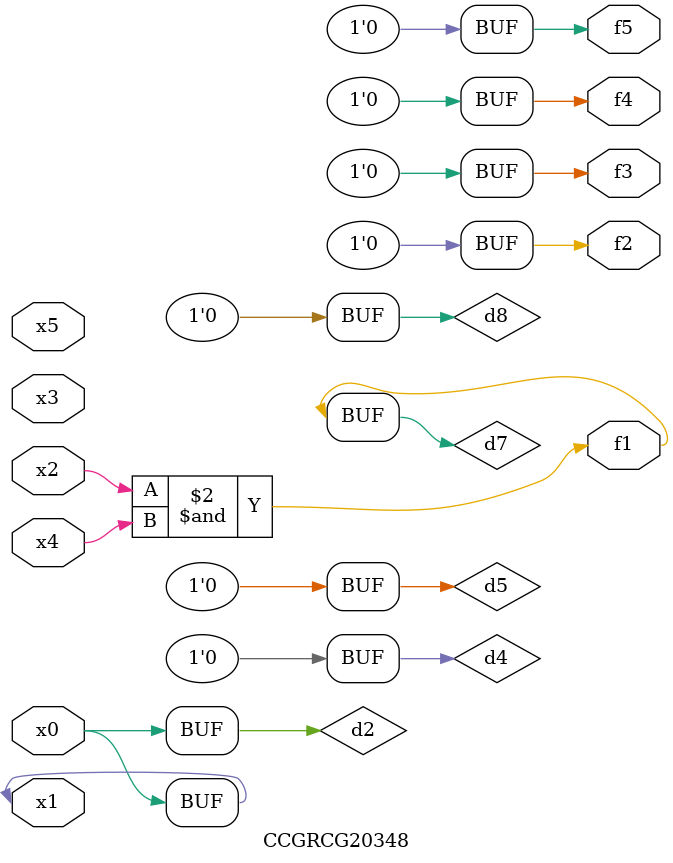
<source format=v>
module CCGRCG20348(
	input x0, x1, x2, x3, x4, x5,
	output f1, f2, f3, f4, f5
);

	wire d1, d2, d3, d4, d5, d6, d7, d8, d9;

	nand (d1, x1);
	buf (d2, x0, x1);
	nand (d3, x2, x4);
	and (d4, d1, d2);
	and (d5, d1, d2);
	nand (d6, d1, d3);
	not (d7, d3);
	xor (d8, d5);
	nor (d9, d5, d6);
	assign f1 = d7;
	assign f2 = d8;
	assign f3 = d8;
	assign f4 = d8;
	assign f5 = d8;
endmodule

</source>
